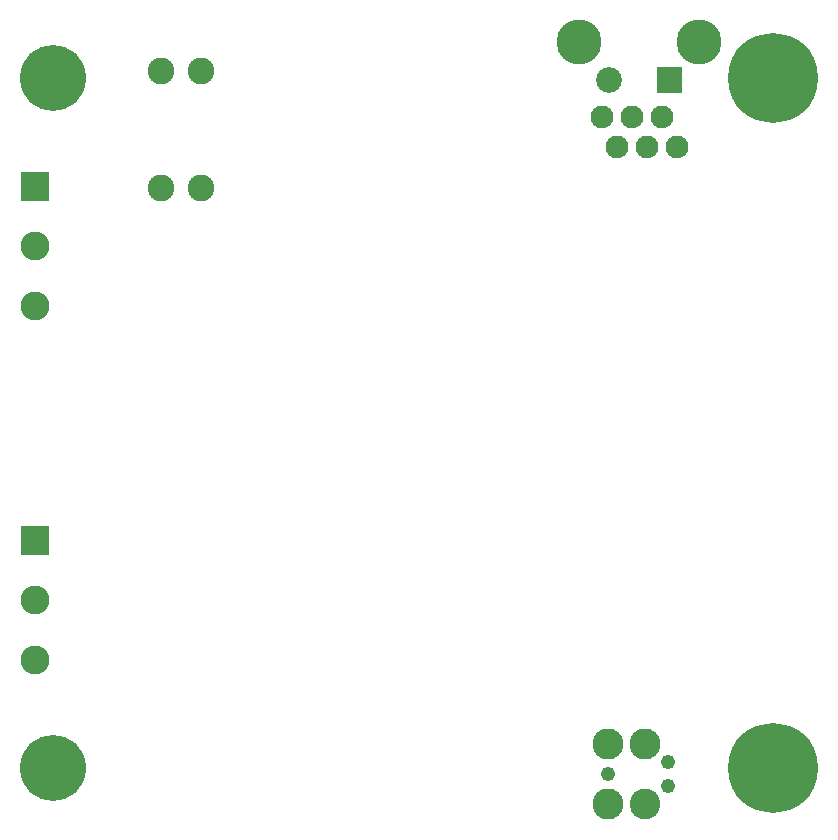
<source format=gbr>
G04 start of page 10 for group -4062 idx -4062 *
G04 Title: (unknown), soldermask *
G04 Creator: pcb 20140316 *
G04 CreationDate: Wed 23 Jan 2019 04:12:56 AM GMT UTC *
G04 For: railfan *
G04 Format: Gerber/RS-274X *
G04 PCB-Dimensions (mil): 4000.00 2950.00 *
G04 PCB-Coordinate-Origin: lower left *
%MOIN*%
%FSLAX25Y25*%
%LNBOTTOMMASK*%
%ADD163C,0.1025*%
%ADD162C,0.1035*%
%ADD161C,0.0490*%
%ADD160C,0.0760*%
%ADD159C,0.0860*%
%ADD158C,0.1500*%
%ADD157C,0.2997*%
%ADD156C,0.2197*%
%ADD155C,0.0960*%
%ADD154C,0.0001*%
%ADD153C,0.0890*%
G54D153*X94400Y265000D03*
X81000D03*
X94400Y226000D03*
X81000D03*
G54D154*G36*
X34200Y231300D02*Y221700D01*
X43800D01*
Y231300D01*
X34200D01*
G37*
G54D155*X39000Y206500D03*
G54D156*X45000Y262500D03*
G54D154*G36*
X34200Y113300D02*Y103700D01*
X43800D01*
Y113300D01*
X34200D01*
G37*
G54D155*X39000Y186500D03*
Y88500D03*
Y68500D03*
G54D156*X45000Y32500D03*
G54D157*X285000D03*
Y262500D03*
G54D154*G36*
X246200Y266300D02*Y257700D01*
X254800D01*
Y266300D01*
X246200D01*
G37*
G54D158*X260500Y274500D03*
G54D159*X230500Y262000D03*
G54D158*X220500Y274500D03*
G54D160*X253000Y239500D03*
G54D161*X250000Y34500D03*
Y26500D03*
G54D160*X248000Y249500D03*
X238000D03*
X228000D03*
X243000Y239500D03*
X233000D03*
G54D162*X230000Y40500D03*
X242500D03*
G54D163*Y20500D03*
G54D162*X230000D03*
G54D161*Y30500D03*
M02*

</source>
